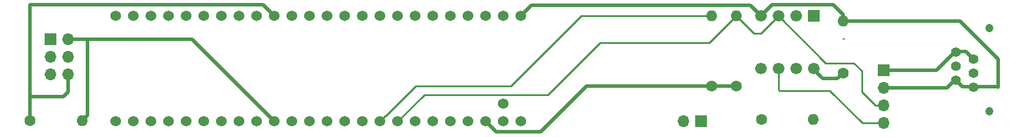
<source format=gbr>
G04 #@! TF.GenerationSoftware,KiCad,Pcbnew,(5.1.4)-1*
G04 #@! TF.CreationDate,2019-11-17T17:18:35+01:00*
G04 #@! TF.ProjectId,DNMS,444e4d53-2e6b-4696-9361-645f70636258,0.9.0*
G04 #@! TF.SameCoordinates,Original*
G04 #@! TF.FileFunction,Copper,L2,Bot*
G04 #@! TF.FilePolarity,Positive*
%FSLAX46Y46*%
G04 Gerber Fmt 4.6, Leading zero omitted, Abs format (unit mm)*
G04 Created by KiCad (PCBNEW (5.1.4)-1) date 2019-11-17 17:18:35*
%MOMM*%
%LPD*%
G04 APERTURE LIST*
%ADD10C,1.400000*%
%ADD11C,1.200000*%
%ADD12O,1.700000X1.700000*%
%ADD13R,1.700000X1.700000*%
%ADD14O,1.600000X1.600000*%
%ADD15C,1.600000*%
%ADD16C,1.530000*%
%ADD17C,1.524000*%
%ADD18R,1.676400X1.676400*%
%ADD19C,1.676400*%
%ADD20C,0.500000*%
%ADD21C,0.250000*%
G04 APERTURE END LIST*
D10*
X196772400Y-81905000D03*
X199312400Y-82925000D03*
X196772400Y-83945000D03*
X199312400Y-84965000D03*
X196772400Y-85985000D03*
X199312400Y-87005000D03*
D11*
X201612400Y-90455000D03*
X201612400Y-78455000D03*
D12*
X68783200Y-85166200D03*
X66243200Y-85166200D03*
X68783200Y-82626200D03*
X66243200Y-82626200D03*
X68783200Y-80086200D03*
D13*
X66243200Y-80086200D03*
D14*
X70771400Y-91821000D03*
D15*
X63271400Y-91821000D03*
D14*
X176257600Y-91694000D03*
D15*
X168757600Y-91694000D03*
D16*
X134092620Y-76708000D03*
X131552620Y-76708000D03*
X129012620Y-76708000D03*
X126472620Y-76708000D03*
X123932620Y-76708000D03*
X121392620Y-76708000D03*
X118852620Y-76708000D03*
X116312620Y-76708000D03*
X113772620Y-76708000D03*
X111232620Y-76708000D03*
X108692620Y-76708000D03*
X106152620Y-76708000D03*
X103612620Y-76708000D03*
X101072620Y-76708000D03*
X98532620Y-76708000D03*
X95992620Y-76708000D03*
X101072620Y-91948000D03*
X103612620Y-91948000D03*
X106152620Y-91948000D03*
X108692620Y-91948000D03*
X111232620Y-91948000D03*
X113772620Y-91948000D03*
X116312620Y-91948000D03*
X118852620Y-91948000D03*
X121392620Y-91948000D03*
X123932620Y-91948000D03*
X126472620Y-91948000D03*
X129012620Y-91948000D03*
X131552620Y-91948000D03*
X134092620Y-91948000D03*
X93452620Y-76708000D03*
X90912620Y-76708000D03*
X88372620Y-76708000D03*
X85832620Y-76708000D03*
X83292620Y-76708000D03*
X80752620Y-76708000D03*
X78212620Y-76708000D03*
X75672620Y-76708000D03*
X98532620Y-91948000D03*
X95992620Y-91948000D03*
X93452620Y-91948000D03*
X75672620Y-91948000D03*
X78212620Y-91948000D03*
X80752620Y-91948000D03*
X83292620Y-91948000D03*
X85832620Y-91948000D03*
X88372620Y-91948000D03*
X90912620Y-91948000D03*
D17*
X131552620Y-89408000D03*
D14*
X180517800Y-77437600D03*
D15*
X180517800Y-84937600D03*
D12*
X186385200Y-92202000D03*
X186385200Y-89662000D03*
X186385200Y-87122000D03*
D13*
X186385200Y-84582000D03*
D12*
X157480000Y-91948000D03*
D13*
X160020000Y-91948000D03*
D18*
X176276000Y-76708000D03*
D19*
X173736000Y-76708000D03*
X171196000Y-76708000D03*
X168656000Y-76708000D03*
X168656000Y-84328000D03*
X171196000Y-84328000D03*
X173736000Y-84328000D03*
X176276000Y-84328000D03*
D14*
X161544000Y-76708000D03*
D15*
X161544000Y-86868000D03*
D14*
X165100000Y-76708000D03*
D15*
X165100000Y-86868000D03*
D20*
X134092620Y-76708000D02*
X135616620Y-75184000D01*
X167132000Y-75184000D02*
X168656000Y-76708000D01*
X135616620Y-75184000D02*
X167132000Y-75184000D01*
X168656000Y-76708000D02*
X170302990Y-75061010D01*
D21*
X87864620Y-81280000D02*
X87963210Y-81378590D01*
D20*
X87963210Y-81378590D02*
X98532620Y-91948000D01*
D21*
X180590200Y-80010000D02*
X180517800Y-79937600D01*
D20*
X180517800Y-76462020D02*
X179116790Y-75061010D01*
X179116790Y-75061010D02*
X170302990Y-75061010D01*
X86670820Y-80086200D02*
X87963210Y-81378590D01*
X71571399Y-80219001D02*
X71704200Y-80086200D01*
X71571399Y-91021001D02*
X71571399Y-80219001D01*
X70771400Y-91821000D02*
X71571399Y-91021001D01*
X68783200Y-80086200D02*
X71704200Y-80086200D01*
X71704200Y-80086200D02*
X86670820Y-80086200D01*
X180517800Y-77437600D02*
X180517800Y-76462020D01*
X202854400Y-86954200D02*
X199287000Y-86954200D01*
X202869800Y-86969600D02*
X202854400Y-86954200D01*
X202869800Y-82905600D02*
X202869800Y-86969600D01*
X180517800Y-77437600D02*
X197401800Y-77437600D01*
X197401800Y-77437600D02*
X202869800Y-82905600D01*
X195559200Y-87122000D02*
X196747000Y-85934200D01*
X186385200Y-87122000D02*
X195559200Y-87122000D01*
X197446999Y-86634199D02*
X197446999Y-86677599D01*
X196747000Y-85934200D02*
X197446999Y-86634199D01*
X197723600Y-86954200D02*
X199287000Y-86954200D01*
X197446999Y-86677599D02*
X197723600Y-86954200D01*
X98532620Y-76708000D02*
X96885630Y-75061010D01*
D21*
X160412630Y-86868000D02*
X161544000Y-86868000D01*
D20*
X161544000Y-86868000D02*
X165100000Y-86868000D01*
X69972990Y-75061010D02*
X96885630Y-75061010D01*
X130536620Y-93472000D02*
X129012620Y-91948000D01*
X136906000Y-93472000D02*
X130536620Y-93472000D01*
X160793630Y-86868000D02*
X143510000Y-86868000D01*
X143510000Y-86868000D02*
X136906000Y-93472000D01*
X179717801Y-85737599D02*
X180517800Y-84937600D01*
X179717599Y-85737599D02*
X179717801Y-85737599D01*
X177546000Y-85725000D02*
X179578000Y-85725000D01*
X176149000Y-84328000D02*
X177419000Y-85598000D01*
X63246000Y-75057000D02*
X69947590Y-75057000D01*
X63271400Y-75135210D02*
X63246000Y-75109810D01*
X63271400Y-88315800D02*
X68122800Y-88315800D01*
X63271400Y-88315800D02*
X63271400Y-75135210D01*
X63271400Y-91821000D02*
X63271400Y-88315800D01*
X68783200Y-87655400D02*
X68783200Y-85166200D01*
X68122800Y-88315800D02*
X68783200Y-87655400D01*
X194019200Y-84582000D02*
X196747000Y-81854200D01*
X186385200Y-84582000D02*
X194019200Y-84582000D01*
X198267000Y-81854200D02*
X199287000Y-82874200D01*
X196747000Y-81854200D02*
X198267000Y-81854200D01*
D21*
X161544000Y-76708000D02*
X142748000Y-76708000D01*
X171196000Y-84328000D02*
X171196000Y-85513393D01*
X114537619Y-91183001D02*
X114556999Y-91183001D01*
X113772620Y-91948000D02*
X114537619Y-91183001D01*
X118935500Y-86804500D02*
X132651500Y-86804500D01*
X114556999Y-91183001D02*
X118935500Y-86804500D01*
X142748000Y-76708000D02*
X132651500Y-86804500D01*
X171196000Y-87376000D02*
X171196000Y-84328000D01*
X171297600Y-87477600D02*
X171196000Y-87376000D01*
X178612800Y-87477600D02*
X171297600Y-87477600D01*
X183337200Y-92202000D02*
X178612800Y-87477600D01*
X186385200Y-92202000D02*
X183337200Y-92202000D01*
X165100000Y-76708000D02*
X167640000Y-79248000D01*
X168656000Y-79248000D02*
X171196000Y-76708000D01*
X167640000Y-79248000D02*
X168656000Y-79248000D01*
X171196000Y-76708000D02*
X177977800Y-83489800D01*
X120180611Y-88080009D02*
X116312620Y-91948000D01*
X137979991Y-88080009D02*
X120180611Y-88080009D01*
X161226500Y-80581500D02*
X145478500Y-80581500D01*
X165100000Y-76708000D02*
X161226500Y-80581500D01*
X145478500Y-80581500D02*
X137979991Y-88080009D01*
X185183119Y-89662000D02*
X183235600Y-87714481D01*
X186385200Y-89662000D02*
X185183119Y-89662000D01*
X183235600Y-84658200D02*
X182067200Y-83489800D01*
X183235600Y-87714481D02*
X183235600Y-84658200D01*
X177977800Y-83489800D02*
X182067200Y-83489800D01*
M02*

</source>
